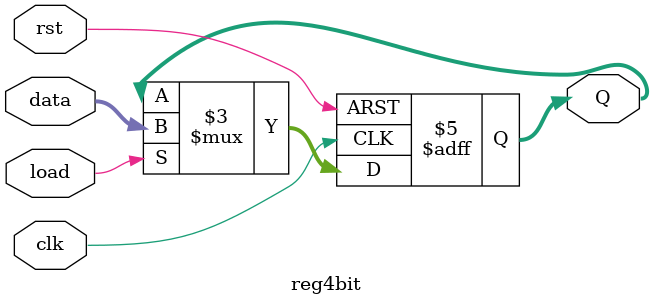
<source format=v>
/*module reg4bit (input [3:0] D, input clk, output reg [3:0] Q);

always @(posedge clk)
Q <= D;

endmodule */

module reg4bit (clk,rst,load, data, Q);
	parameter N=8;
	input clk, rst,load;
	input [N-1:0] data;
	output [N-1:0] Q;
	reg [N-1:0] Q;
	
	always @ (posedge rst or posedge clk)
		if(rst) Q<= 0;
		else if (load) Q <=data;
		else Q <= Q;
		
endmodule //memory_address_register
</source>
